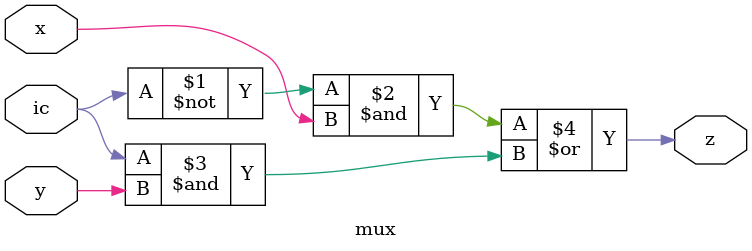
<source format=sv>
module mux(z, x, y, ic);
   input x,y,ic;
   output z;
   assign
     z = ((~ic) & x) | (ic & y); 
endmodule

</source>
